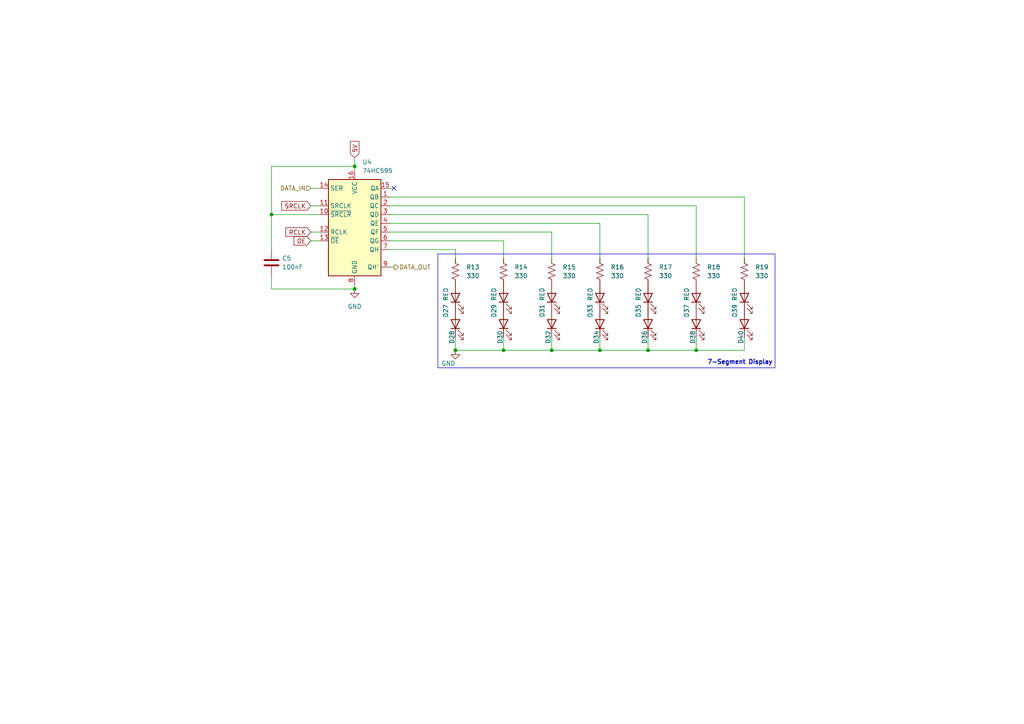
<source format=kicad_sch>
(kicad_sch (version 20231120) (generator "eeschema") (generator_version "8.0")
  (paper "A4")
  (lib_symbols
    (symbol "74xx:74HC595"
      (property "Reference" "U" (at -7.62 13.97 0))
      (property "Value" "74HC595" (at -7.62 -16.51 0))
      (symbol "74HC595_1_0"
        (pin tri_state line (at 10.16 7.62 180) (length 2.54) (name "QB") (number "1"))
        (pin input line (at -10.16 2.54 0) (length 2.54) (name "~{SRCLR}") (number "10"))
        (pin input line (at -10.16 5.08 0) (length 2.54) (name "SRCLK") (number "11"))
        (pin input line (at -10.16 -2.54 0) (length 2.54) (name "RCLK") (number "12"))
        (pin input line (at -10.16 -5.08 0) (length 2.54) (name "~{OE}") (number "13"))
        (pin input line (at -10.16 10.16 0) (length 2.54) (name "SER") (number "14"))
        (pin tri_state line (at 10.16 10.16 180) (length 2.54) (name "QA") (number "15"))
        (pin power_in line (at 0 15.24 270) (length 2.54) (name "VCC") (number "16"))
        (pin tri_state line (at 10.16 5.08 180) (length 2.54) (name "QC") (number "2"))
        (pin tri_state line (at 10.16 2.54 180) (length 2.54) (name "QD") (number "3"))
        (pin tri_state line (at 10.16 0 180) (length 2.54) (name "QE") (number "4"))
        (pin tri_state line (at 10.16 -2.54 180) (length 2.54) (name "QF") (number "5"))
        (pin tri_state line (at 10.16 -5.08 180) (length 2.54) (name "QG") (number "6"))
        (pin tri_state line (at 10.16 -7.62 180) (length 2.54) (name "QH") (number "7"))
        (pin power_in line (at 0 -17.78 90) (length 2.54) (name "GND") (number "8"))
        (pin output line (at 10.16 -12.7 180) (length 2.54) (name "QH'") (number "9"))
      )
      (symbol "74HC595_1_1"
        (rectangle (start -7.62 12.7) (end 7.62 -15.24) (stroke (width 0.254)) (fill (type background)))
      )
    )
    (symbol "Device:C" (pin_numbers hide) (pin_names (offset 0.254))
      (property "Reference" "C" (at 0.635 2.54 0))
      (property "Value" "C" (at 0.635 -2.54 0))
      (symbol "C_0_1"
        (polyline (pts (xy -2.032 -0.762) (xy 2.032 -0.762)) (stroke (width 0.508)))
        (polyline (pts (xy -2.032 0.762) (xy 2.032 0.762)) (stroke (width 0.508)))
      )
      (symbol "C_1_1"
        (pin passive line (at 0 3.81 270) (length 2.794) (name "~") (number "1"))
        (pin passive line (at 0 -3.81 90) (length 2.794) (name "~") (number "2"))
      )
    )
    (symbol "Device:LED" (pin_numbers hide) (pin_names (offset 1.016) hide)
      (property "Reference" "D" (at 0 2.54 0))
      (property "Value" "LED" (at 0 -2.54 0))
      (symbol "LED_0_1"
        (polyline (pts (xy -1.27 -1.27) (xy -1.27 1.27)) (stroke (width 0.254)))
        (polyline (pts (xy -1.27 0) (xy 1.27 0)))
        (polyline (pts (xy 1.27 -1.27) (xy 1.27 1.27) (xy -1.27 0) (xy 1.27 -1.27)) (stroke (width 0.254)))
        (polyline (pts (xy -3.048 -0.762) (xy -4.572 -2.286) (xy -3.81 -2.286) (xy -4.572 -2.286) (xy -4.572 -1.524)))
        (polyline (pts (xy -1.778 -0.762) (xy -3.302 -2.286) (xy -2.54 -2.286) (xy -3.302 -2.286) (xy -3.302 -1.524)))
      )
      (symbol "LED_1_1"
        (pin passive line (at -3.81 0 0) (length 2.54) (name "K") (number "1"))
        (pin passive line (at 3.81 0 180) (length 2.54) (name "A") (number "2"))
      )
    )
    (symbol "Device:R_US" (pin_numbers hide) (pin_names (offset 0))
      (property "Reference" "R" (at 2.54 0 90))
      (property "Value" "R_US" (at -2.54 0 90))
      (symbol "R_US_0_1"
        (polyline (pts (xy 0 -2.286) (xy 0 -2.54)))
        (polyline (pts (xy 0 2.286) (xy 0 2.54)))
        (polyline (pts (xy 0 -0.762) (xy 1.016 -1.143) (xy 0 -1.524) (xy -1.016 -1.905) (xy 0 -2.286)))
        (polyline (pts (xy 0 0.762) (xy 1.016 0.381) (xy 0 0) (xy -1.016 -0.381) (xy 0 -0.762)))
        (polyline (pts (xy 0 2.286) (xy 1.016 1.905) (xy 0 1.524) (xy -1.016 1.143) (xy 0 0.762)))
      )
      (symbol "R_US_1_1"
        (pin passive line (at 0 3.81 270) (length 1.27) (name "~") (number "1"))
        (pin passive line (at 0 -3.81 90) (length 1.27) (name "~") (number "2"))
      )
    )
    (symbol "power:GND" (power) (pin_numbers hide) (pin_names (offset 0) hide)
      (property "Value" "GND" (at 0 -3.81 0))
      (symbol "GND_0_1"
        (polyline (pts (xy 0 0) (xy 0 -1.27) (xy 1.27 -1.27) (xy 0 -2.54) (xy -1.27 -1.27) (xy 0 -1.27)))
      )
      (symbol "GND_1_1"
        (pin power_in line (at 0 0 270) (length 0) (name "~") (number "1"))
      )
    )
  )
  (junction (at 201.93 101.6))
  (junction (at 78.74 62.23))
  (junction (at 160.02 101.6))
  (junction (at 187.96 101.6))
  (junction (at 173.99 101.6))
  (junction (at 102.87 83.82))
  (junction (at 132.08 101.6))
  (junction (at 102.87 48.26))
  (junction (at 146.05 101.6))
  (no_connect (at 114.3 54.61))
  (wire (pts (xy 113.03 77.47) (xy 114.3 77.47)))
  (wire (pts (xy 146.05 69.85) (xy 146.05 74.93)))
  (wire (pts (xy 78.74 48.26) (xy 102.87 48.26)))
  (wire (pts (xy 132.08 72.39) (xy 132.08 74.93)))
  (wire (pts (xy 146.05 101.6) (xy 160.02 101.6)))
  (wire (pts (xy 113.03 67.31) (xy 160.02 67.31)))
  (wire (pts (xy 78.74 62.23) (xy 78.74 48.26)))
  (wire (pts (xy 187.96 62.23) (xy 187.96 74.93)))
  (wire (pts (xy 90.17 54.61) (xy 92.71 54.61)))
  (wire (pts (xy 201.93 101.6) (xy 215.9 101.6)))
  (wire (pts (xy 201.93 101.6) (xy 201.93 97.79)))
  (wire (pts (xy 90.17 59.69) (xy 92.71 59.69)))
  (wire (pts (xy 215.9 101.6) (xy 215.9 97.79)))
  (wire (pts (xy 132.08 97.79) (xy 132.08 101.6)))
  (wire (pts (xy 160.02 101.6) (xy 173.99 101.6)))
  (wire (pts (xy 102.87 48.26) (xy 102.87 49.53)))
  (wire (pts (xy 173.99 101.6) (xy 187.96 101.6)))
  (wire (pts (xy 113.03 59.69) (xy 201.93 59.69)))
  (wire (pts (xy 215.9 57.15) (xy 215.9 74.93)))
  (wire (pts (xy 113.03 72.39) (xy 132.08 72.39)))
  (wire (pts (xy 113.03 64.77) (xy 173.99 64.77)))
  (wire (pts (xy 187.96 101.6) (xy 187.96 97.79)))
  (wire (pts (xy 173.99 101.6) (xy 173.99 97.79)))
  (wire (pts (xy 78.74 62.23) (xy 78.74 72.39)))
  (wire (pts (xy 113.03 54.61) (xy 114.3 54.61)))
  (wire (pts (xy 78.74 83.82) (xy 102.87 83.82)))
  (wire (pts (xy 113.03 62.23) (xy 187.96 62.23)))
  (wire (pts (xy 187.96 101.6) (xy 201.93 101.6)))
  (wire (pts (xy 113.03 57.15) (xy 215.9 57.15)))
  (wire (pts (xy 78.74 80.01) (xy 78.74 83.82)))
  (wire (pts (xy 113.03 69.85) (xy 146.05 69.85)))
  (wire (pts (xy 160.02 67.31) (xy 160.02 74.93)))
  (wire (pts (xy 78.74 62.23) (xy 92.71 62.23)))
  (wire (pts (xy 146.05 101.6) (xy 146.05 97.79)))
  (wire (pts (xy 102.87 82.55) (xy 102.87 83.82)))
  (wire (pts (xy 201.93 59.69) (xy 201.93 74.93)))
  (wire (pts (xy 90.17 67.31) (xy 92.71 67.31)))
  (wire (pts (xy 102.87 45.72) (xy 102.87 48.26)))
  (wire (pts (xy 173.99 64.77) (xy 173.99 74.93)))
  (wire (pts (xy 132.08 101.6) (xy 146.05 101.6)))
  (wire (pts (xy 160.02 101.6) (xy 160.02 97.79)))
  (wire (pts (xy 90.17 69.85) (xy 92.71 69.85)))
  (rectangle (start 127 73.66) (end 224.79 106.68))
  (text "7-Segment Display\n" (at 214.63 105.156 0) (effects (font (size 1.27 1.27) (bold yes))))
  (global_label "OE" (shape input) (at 90.17 69.85 180) (property "Intersheetrefs" "${INTERSHEET_REFS}" (effects (hide yes))))
  (global_label "RCLK" (shape input) (at 90.17 67.31 180) (property "Intersheetrefs" "${INTERSHEET_REFS}" (effects (hide yes))))
  (global_label "5V" (shape input) (at 102.87 45.72 90) (property "Intersheetrefs" "${INTERSHEET_REFS}" (effects (hide yes))))
  (global_label "SRCLK" (shape input) (at 90.17 59.69 180) (property "Intersheetrefs" "${INTERSHEET_REFS}" (effects (hide yes))))
  (hierarchical_label "DATA_IN" (shape input) (at 90.17 54.61 180))
  (hierarchical_label "DATA_OUT" (shape output) (at 114.3 77.47 0))
  (symbol (lib_id "Device:LED") (at 146.05 93.98 90) (unit 1)
    (property "Reference" "D30" (at 145.034 97.79 0))
    (property "Value" "RED" (effects (hide yes)))
    (property "Footprint" "LED_SMD:LED_0805_2012Metric" (effects (hide yes)))
    (property "Description" "Light emitting diode" (effects (hide yes)))
    (property "Digikey PN" "732-4984-1-ND" (effects (hide yes)))
    (instances (project "UserDisplayModule" (path "" (reference "D30") (unit 1)) (path "" (reference "D49") (unit 1)) (path "" (reference "D63") (unit 1)) (path "" (reference "D77") (unit 1))))
  )
  (symbol (lib_id "Device:R_US") (at 146.05 78.74 0) (unit 1)
    (property "Reference" "R14" (at 151.13 77.47 0))
    (property "Value" "330" (at 151.13 80.01 0))
    (property "Footprint" "Resistor_SMD:R_0805_2012Metric" (effects (hide yes)))
    (property "Description" "Resistor, US symbol" (effects (hide yes)))
    (instances (project "UserDisplayModule" (path "" (reference "R14") (unit 1)) (path "" (reference "R25") (unit 1)) (path "" (reference "R32") (unit 1)) (path "" (reference "R39") (unit 1))))
  )
  (symbol (lib_id "Device:LED") (at 160.02 86.36 90) (unit 1)
    (property "Reference" "D31" (at 157.226 90.17 0))
    (property "Value" "RED" (at 157.226 85.344 0))
    (property "Footprint" "LED_SMD:LED_0805_2012Metric" (effects (hide yes)))
    (property "Description" "Light emitting diode" (effects (hide yes)))
    (property "Digikey PN" "732-4984-1-ND" (effects (hide yes)))
    (instances (project "UserDisplayModule" (path "" (reference "D31") (unit 1)) (path "" (reference "D50") (unit 1)) (path "" (reference "D64") (unit 1)) (path "" (reference "D78") (unit 1))))
  )
  (symbol (lib_id "Device:LED") (at 201.93 86.36 90) (unit 1)
    (property "Reference" "D37" (at 199.136 90.17 0))
    (property "Value" "RED" (at 199.136 85.344 0))
    (property "Footprint" "LED_SMD:LED_0805_2012Metric" (effects (hide yes)))
    (property "Description" "Light emitting diode" (effects (hide yes)))
    (property "Digikey PN" "732-4984-1-ND" (effects (hide yes)))
    (instances (project "UserDisplayModule" (path "" (reference "D37") (unit 1)) (path "" (reference "D56") (unit 1)) (path "" (reference "D70") (unit 1)) (path "" (reference "D84") (unit 1))))
  )
  (symbol (lib_id "Device:LED") (at 132.08 86.36 90) (unit 1)
    (property "Reference" "D27" (at 129.286 90.17 0))
    (property "Value" "RED" (at 129.286 85.344 0))
    (property "Footprint" "LED_SMD:LED_0805_2012Metric" (effects (hide yes)))
    (property "Description" "Light emitting diode" (effects (hide yes)))
    (property "Digikey PN" "732-4984-1-ND" (effects (hide yes)))
    (instances (project "UserDisplayModule" (path "" (reference "D27") (unit 1)) (path "" (reference "D46") (unit 1)) (path "" (reference "D60") (unit 1)) (path "" (reference "D74") (unit 1))))
  )
  (symbol (lib_id "power:GND") (at 132.08 101.6 0) (unit 1)
    (property "Reference" "#PWR04" (effects (hide yes)))
    (property "Value" "GND" (at 132.0801 105.41 0) (effects (justify right)))
    (property "Description" "Power symbol creates a global label with name \"GND\" , ground" (effects (hide yes)))
    (instances (project "UserDisplayModule" (path "" (reference "#PWR04") (unit 1)) (path "" (reference "#PWR08") (unit 1)) (path "" (reference "#PWR012") (unit 1)) (path "" (reference "#PWR015") (unit 1))))
  )
  (symbol (lib_id "Device:R_US") (at 132.08 78.74 0) (unit 1)
    (property "Reference" "R13" (at 137.16 77.47 0))
    (property "Value" "330" (at 137.16 80.01 0))
    (property "Footprint" "Resistor_SMD:R_0805_2012Metric" (effects (hide yes)))
    (property "Description" "Resistor, US symbol" (effects (hide yes)))
    (instances (project "UserDisplayModule" (path "" (reference "R13") (unit 1)) (path "" (reference "R24") (unit 1)) (path "" (reference "R31") (unit 1)) (path "" (reference "R38") (unit 1))))
  )
  (symbol (lib_id "Device:LED") (at 201.93 93.98 90) (unit 1)
    (property "Reference" "D38" (at 200.914 97.79 0))
    (property "Value" "RED" (effects (hide yes)))
    (property "Footprint" "LED_SMD:LED_0805_2012Metric" (effects (hide yes)))
    (property "Description" "Light emitting diode" (effects (hide yes)))
    (property "Digikey PN" "732-4984-1-ND" (effects (hide yes)))
    (instances (project "UserDisplayModule" (path "" (reference "D38") (unit 1)) (path "" (reference "D57") (unit 1)) (path "" (reference "D71") (unit 1)) (path "" (reference "D85") (unit 1))))
  )
  (symbol (lib_id "power:GND") (at 102.87 83.82 0) (unit 1)
    (property "Reference" "#PWR06" (effects (hide yes)))
    (property "Value" "GND" (at 102.87 88.9 0))
    (property "Description" "Power symbol creates a global label with name \"GND\" , ground" (effects (hide yes)))
    (instances (project "UserDisplayModule" (path "" (reference "#PWR06") (unit 1)) (path "" (reference "#PWR07") (unit 1)) (path "" (reference "#PWR010") (unit 1)) (path "" (reference "#PWR013") (unit 1))))
  )
  (symbol (lib_id "Device:LED") (at 146.05 86.36 90) (unit 1)
    (property "Reference" "D29" (at 143.256 90.17 0))
    (property "Value" "RED" (at 143.256 85.344 0))
    (property "Footprint" "LED_SMD:LED_0805_2012Metric" (effects (hide yes)))
    (property "Description" "Light emitting diode" (effects (hide yes)))
    (property "Digikey PN" "732-4984-1-ND" (effects (hide yes)))
    (instances (project "UserDisplayModule" (path "" (reference "D29") (unit 1)) (path "" (reference "D48") (unit 1)) (path "" (reference "D62") (unit 1)) (path "" (reference "D76") (unit 1))))
  )
  (symbol (lib_id "Device:LED") (at 215.9 93.98 90) (unit 1)
    (property "Reference" "D40" (at 214.884 97.79 0))
    (property "Value" "RED" (effects (hide yes)))
    (property "Footprint" "LED_SMD:LED_0805_2012Metric" (effects (hide yes)))
    (property "Description" "Light emitting diode" (effects (hide yes)))
    (property "Digikey PN" "732-4984-1-ND" (effects (hide yes)))
    (instances (project "UserDisplayModule" (path "" (reference "D40") (unit 1)) (path "" (reference "D59") (unit 1)) (path "" (reference "D73") (unit 1)) (path "" (reference "D87") (unit 1))))
  )
  (symbol (lib_id "Device:LED") (at 160.02 93.98 90) (unit 1)
    (property "Reference" "D32" (at 159.004 97.79 0))
    (property "Value" "RED" (effects (hide yes)))
    (property "Footprint" "LED_SMD:LED_0805_2012Metric" (effects (hide yes)))
    (property "Description" "Light emitting diode" (effects (hide yes)))
    (property "Digikey PN" "732-4984-1-ND" (effects (hide yes)))
    (instances (project "UserDisplayModule" (path "" (reference "D32") (unit 1)) (path "" (reference "D51") (unit 1)) (path "" (reference "D65") (unit 1)) (path "" (reference "D79") (unit 1))))
  )
  (symbol (lib_id "Device:R_US") (at 160.02 78.74 0) (unit 1)
    (property "Reference" "R15" (at 165.1 77.47 0))
    (property "Value" "330" (at 165.1 80.01 0))
    (property "Footprint" "Resistor_SMD:R_0805_2012Metric" (effects (hide yes)))
    (property "Description" "Resistor, US symbol" (effects (hide yes)))
    (instances (project "UserDisplayModule" (path "" (reference "R15") (unit 1)) (path "" (reference "R26") (unit 1)) (path "" (reference "R33") (unit 1)) (path "" (reference "R40") (unit 1))))
  )
  (symbol (lib_id "Device:R_US") (at 215.9 78.74 0) (unit 1)
    (property "Reference" "R19" (at 220.98 77.47 0))
    (property "Value" "330" (at 220.98 80.01 0))
    (property "Footprint" "Resistor_SMD:R_0805_2012Metric" (effects (hide yes)))
    (property "Description" "Resistor, US symbol" (effects (hide yes)))
    (instances (project "UserDisplayModule" (path "" (reference "R19") (unit 1)) (path "" (reference "R30") (unit 1)) (path "" (reference "R37") (unit 1)) (path "" (reference "R44") (unit 1))))
  )
  (symbol (lib_id "Device:R_US") (at 173.99 78.74 0) (unit 1)
    (property "Reference" "R16" (at 179.07 77.47 0))
    (property "Value" "330" (at 179.07 80.01 0))
    (property "Footprint" "Resistor_SMD:R_0805_2012Metric" (effects (hide yes)))
    (property "Description" "Resistor, US symbol" (effects (hide yes)))
    (instances (project "UserDisplayModule" (path "" (reference "R16") (unit 1)) (path "" (reference "R27") (unit 1)) (path "" (reference "R34") (unit 1)) (path "" (reference "R41") (unit 1))))
  )
  (symbol (lib_id "Device:LED") (at 187.96 93.98 90) (unit 1)
    (property "Reference" "D36" (at 186.944 97.79 0))
    (property "Value" "RED" (effects (hide yes)))
    (property "Footprint" "LED_SMD:LED_0805_2012Metric" (effects (hide yes)))
    (property "Description" "Light emitting diode" (effects (hide yes)))
    (property "Digikey PN" "732-4984-1-ND" (effects (hide yes)))
    (instances (project "UserDisplayModule" (path "" (reference "D36") (unit 1)) (path "" (reference "D55") (unit 1)) (path "" (reference "D69") (unit 1)) (path "" (reference "D83") (unit 1))))
  )
  (symbol (lib_id "Device:R_US") (at 201.93 78.74 0) (unit 1)
    (property "Reference" "R18" (at 207.01 77.47 0))
    (property "Value" "330" (at 207.01 80.01 0))
    (property "Footprint" "Resistor_SMD:R_0805_2012Metric" (effects (hide yes)))
    (property "Description" "Resistor, US symbol" (effects (hide yes)))
    (instances (project "UserDisplayModule" (path "" (reference "R18") (unit 1)) (path "" (reference "R29") (unit 1)) (path "" (reference "R36") (unit 1)) (path "" (reference "R43") (unit 1))))
  )
  (symbol (lib_id "74xx:74HC595") (at 102.87 64.77 0) (unit 1)
    (property "Reference" "U4" (at 105.0641 46.99 0) (effects (justify left)))
    (property "Value" "74HC595" (at 105.0641 49.53 0) (effects (justify left)))
    (property "Footprint" "ImportedFootprints:CD74HC595E" (effects (hide yes)))
    (property "Datasheet" "http://www.ti.com/lit/ds/symlink/sn74hc595.pdf" (effects (hide yes)))
    (property "Description" "8-bit serial in/out Shift Register 3-State Outputs" (effects (hide yes)))
    (property "Digikey PN" "296-1600-5-ND" (effects (hide yes)))
    (instances (project "UserDisplayModule" (path "" (reference "U4") (unit 1)) (path "" (reference "U3") (unit 1)) (path "" (reference "U6") (unit 1)) (path "" (reference "U7") (unit 1))))
  )
  (symbol (lib_id "Device:LED") (at 215.9 86.36 90) (unit 1)
    (property "Reference" "D39" (at 213.106 90.17 0))
    (property "Value" "RED" (at 213.106 85.344 0))
    (property "Footprint" "LED_SMD:LED_0805_2012Metric" (effects (hide yes)))
    (property "Description" "Light emitting diode" (effects (hide yes)))
    (property "Digikey PN" "732-4984-1-ND" (effects (hide yes)))
    (instances (project "UserDisplayModule" (path "" (reference "D39") (unit 1)) (path "" (reference "D58") (unit 1)) (path "" (reference "D72") (unit 1)) (path "" (reference "D86") (unit 1))))
  )
  (symbol (lib_id "Device:LED") (at 173.99 93.98 90) (unit 1)
    (property "Reference" "D34" (at 172.974 97.79 0))
    (property "Value" "RED" (effects (hide yes)))
    (property "Footprint" "LED_SMD:LED_0805_2012Metric" (effects (hide yes)))
    (property "Description" "Light emitting diode" (effects (hide yes)))
    (property "Digikey PN" "732-4984-1-ND" (effects (hide yes)))
    (instances (project "UserDisplayModule" (path "" (reference "D34") (unit 1)) (path "" (reference "D53") (unit 1)) (path "" (reference "D67") (unit 1)) (path "" (reference "D81") (unit 1))))
  )
  (symbol (lib_id "Device:R_US") (at 187.96 78.74 0) (unit 1)
    (property "Reference" "R17" (at 193.04 77.47 0))
    (property "Value" "330" (at 193.04 80.01 0))
    (property "Footprint" "Resistor_SMD:R_0805_2012Metric" (effects (hide yes)))
    (property "Description" "Resistor, US symbol" (effects (hide yes)))
    (instances (project "UserDisplayModule" (path "" (reference "R17") (unit 1)) (path "" (reference "R28") (unit 1)) (path "" (reference "R35") (unit 1)) (path "" (reference "R42") (unit 1))))
  )
  (symbol (lib_id "Device:C") (at 78.74 76.2 0) (unit 1)
    (property "Reference" "C5" (at 81.788 74.93 0) (effects (justify left)))
    (property "Value" "100nF" (at 81.788 77.47 0) (effects (justify left)))
    (property "Footprint" "Capacitor_SMD:C_0805_2012Metric" (effects (hide yes)))
    (property "Description" "Unpolarized capacitor" (effects (hide yes)))
    (instances (project "UserDisplayModule" (path "" (reference "C5") (unit 1)) (path "" (reference "C6") (unit 1)) (path "" (reference "C7") (unit 1)) (path "" (reference "C8") (unit 1))))
  )
  (symbol (lib_id "Device:LED") (at 187.96 86.36 90) (unit 1)
    (property "Reference" "D35" (at 185.166 90.17 0))
    (property "Value" "RED" (at 185.166 85.344 0))
    (property "Footprint" "LED_SMD:LED_0805_2012Metric" (effects (hide yes)))
    (property "Description" "Light emitting diode" (effects (hide yes)))
    (property "Digikey PN" "732-4984-1-ND" (effects (hide yes)))
    (instances (project "UserDisplayModule" (path "" (reference "D35") (unit 1)) (path "" (reference "D54") (unit 1)) (path "" (reference "D68") (unit 1)) (path "" (reference "D82") (unit 1))))
  )
  (symbol (lib_id "Device:LED") (at 132.08 93.98 90) (unit 1)
    (property "Reference" "D28" (at 131.064 97.79 0))
    (property "Value" "RED" (effects (hide yes)))
    (property "Footprint" "LED_SMD:LED_0805_2012Metric" (effects (hide yes)))
    (property "Description" "Light emitting diode" (effects (hide yes)))
    (property "Digikey PN" "732-4984-1-ND" (effects (hide yes)))
    (instances (project "UserDisplayModule" (path "" (reference "D28") (unit 1)) (path "" (reference "D47") (unit 1)) (path "" (reference "D61") (unit 1)) (path "" (reference "D75") (unit 1))))
  )
  (symbol (lib_id "Device:LED") (at 173.99 86.36 90) (unit 1)
    (property "Reference" "D33" (at 171.196 90.17 0))
    (property "Value" "RED" (at 171.196 85.344 0))
    (property "Footprint" "LED_SMD:LED_0805_2012Metric" (effects (hide yes)))
    (property "Description" "Light emitting diode" (effects (hide yes)))
    (property "Digikey PN" "732-4984-1-ND" (effects (hide yes)))
    (instances (project "UserDisplayModule" (path "" (reference "D33") (unit 1)) (path "" (reference "D52") (unit 1)) (path "" (reference "D66") (unit 1)) (path "" (reference "D80") (unit 1))))
  )
)
</source>
